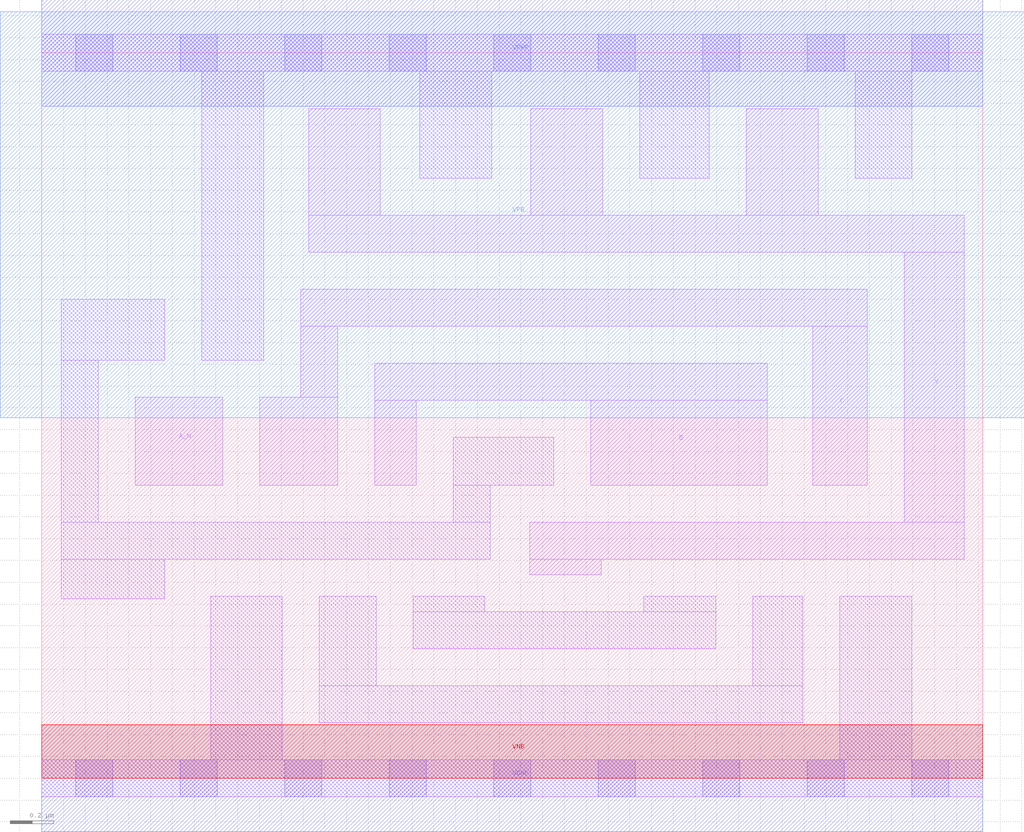
<source format=lef>
# Copyright 2020 The SkyWater PDK Authors
#
# Licensed under the Apache License, Version 2.0 (the "License");
# you may not use this file except in compliance with the License.
# You may obtain a copy of the License at
#
#     https://www.apache.org/licenses/LICENSE-2.0
#
# Unless required by applicable law or agreed to in writing, software
# distributed under the License is distributed on an "AS IS" BASIS,
# WITHOUT WARRANTIES OR CONDITIONS OF ANY KIND, either express or implied.
# See the License for the specific language governing permissions and
# limitations under the License.
#
# SPDX-License-Identifier: Apache-2.0

VERSION 5.7 ;
  NOWIREEXTENSIONATPIN ON ;
  DIVIDERCHAR "/" ;
  BUSBITCHARS "[]" ;
MACRO sky130_fd_sc_lp__nand3b_2
  CLASS CORE ;
  FOREIGN sky130_fd_sc_lp__nand3b_2 ;
  ORIGIN  0.000000  0.000000 ;
  SIZE  4.320000 BY  3.330000 ;
  SYMMETRY X Y R90 ;
  SITE unit ;
  PIN A_N
    ANTENNAGATEAREA  0.126000 ;
    DIRECTION INPUT ;
    USE SIGNAL ;
    PORT
      LAYER li1 ;
        RECT 0.430000 1.345000 0.830000 1.750000 ;
    END
  END A_N
  PIN B
    ANTENNAGATEAREA  0.630000 ;
    DIRECTION INPUT ;
    USE SIGNAL ;
    PORT
      LAYER li1 ;
        RECT 1.530000 1.345000 1.720000 1.735000 ;
        RECT 1.530000 1.735000 3.330000 1.905000 ;
        RECT 2.520000 1.345000 3.330000 1.735000 ;
    END
  END B
  PIN C
    ANTENNAGATEAREA  0.630000 ;
    DIRECTION INPUT ;
    USE SIGNAL ;
    PORT
      LAYER li1 ;
        RECT 1.000000 1.345000 1.360000 1.750000 ;
        RECT 1.190000 1.750000 1.360000 2.075000 ;
        RECT 1.190000 2.075000 3.790000 2.245000 ;
        RECT 3.540000 1.345000 3.790000 2.075000 ;
    END
  END C
  PIN Y
    ANTENNADIFFAREA  1.453200 ;
    DIRECTION OUTPUT ;
    USE SIGNAL ;
    PORT
      LAYER li1 ;
        RECT 1.225000 2.415000 4.235000 2.585000 ;
        RECT 1.225000 2.585000 1.555000 3.075000 ;
        RECT 2.240000 0.935000 2.570000 1.005000 ;
        RECT 2.240000 1.005000 4.235000 1.175000 ;
        RECT 2.245000 2.585000 2.575000 3.075000 ;
        RECT 3.235000 2.585000 3.565000 3.075000 ;
        RECT 3.960000 1.175000 4.235000 2.415000 ;
    END
  END Y
  PIN VGND
    DIRECTION INOUT ;
    USE GROUND ;
    PORT
      LAYER met1 ;
        RECT 0.000000 -0.245000 4.320000 0.245000 ;
    END
  END VGND
  PIN VNB
    DIRECTION INOUT ;
    USE GROUND ;
    PORT
      LAYER pwell ;
        RECT 0.000000 0.000000 4.320000 0.245000 ;
    END
  END VNB
  PIN VPB
    DIRECTION INOUT ;
    USE POWER ;
    PORT
      LAYER nwell ;
        RECT -0.190000 1.655000 4.510000 3.520000 ;
    END
  END VPB
  PIN VPWR
    DIRECTION INOUT ;
    USE POWER ;
    PORT
      LAYER met1 ;
        RECT 0.000000 3.085000 4.320000 3.575000 ;
    END
  END VPWR
  OBS
    LAYER li1 ;
      RECT 0.000000 -0.085000 4.320000 0.085000 ;
      RECT 0.000000  3.245000 4.320000 3.415000 ;
      RECT 0.090000  0.825000 0.565000 1.005000 ;
      RECT 0.090000  1.005000 2.060000 1.175000 ;
      RECT 0.090000  1.175000 0.260000 1.920000 ;
      RECT 0.090000  1.920000 0.565000 2.200000 ;
      RECT 0.735000  1.920000 1.020000 3.245000 ;
      RECT 0.775000  0.085000 1.105000 0.835000 ;
      RECT 1.275000  0.255000 3.495000 0.425000 ;
      RECT 1.275000  0.425000 1.535000 0.835000 ;
      RECT 1.705000  0.595000 3.095000 0.765000 ;
      RECT 1.705000  0.765000 2.035000 0.835000 ;
      RECT 1.735000  2.755000 2.065000 3.245000 ;
      RECT 1.890000  1.175000 2.060000 1.345000 ;
      RECT 1.890000  1.345000 2.350000 1.565000 ;
      RECT 2.745000  2.755000 3.065000 3.245000 ;
      RECT 2.765000  0.765000 3.095000 0.835000 ;
      RECT 3.265000  0.425000 3.495000 0.835000 ;
      RECT 3.665000  0.085000 3.995000 0.835000 ;
      RECT 3.735000  2.755000 3.995000 3.245000 ;
    LAYER mcon ;
      RECT 0.155000 -0.085000 0.325000 0.085000 ;
      RECT 0.155000  3.245000 0.325000 3.415000 ;
      RECT 0.635000 -0.085000 0.805000 0.085000 ;
      RECT 0.635000  3.245000 0.805000 3.415000 ;
      RECT 1.115000 -0.085000 1.285000 0.085000 ;
      RECT 1.115000  3.245000 1.285000 3.415000 ;
      RECT 1.595000 -0.085000 1.765000 0.085000 ;
      RECT 1.595000  3.245000 1.765000 3.415000 ;
      RECT 2.075000 -0.085000 2.245000 0.085000 ;
      RECT 2.075000  3.245000 2.245000 3.415000 ;
      RECT 2.555000 -0.085000 2.725000 0.085000 ;
      RECT 2.555000  3.245000 2.725000 3.415000 ;
      RECT 3.035000 -0.085000 3.205000 0.085000 ;
      RECT 3.035000  3.245000 3.205000 3.415000 ;
      RECT 3.515000 -0.085000 3.685000 0.085000 ;
      RECT 3.515000  3.245000 3.685000 3.415000 ;
      RECT 3.995000 -0.085000 4.165000 0.085000 ;
      RECT 3.995000  3.245000 4.165000 3.415000 ;
  END
END sky130_fd_sc_lp__nand3b_2
END LIBRARY

</source>
